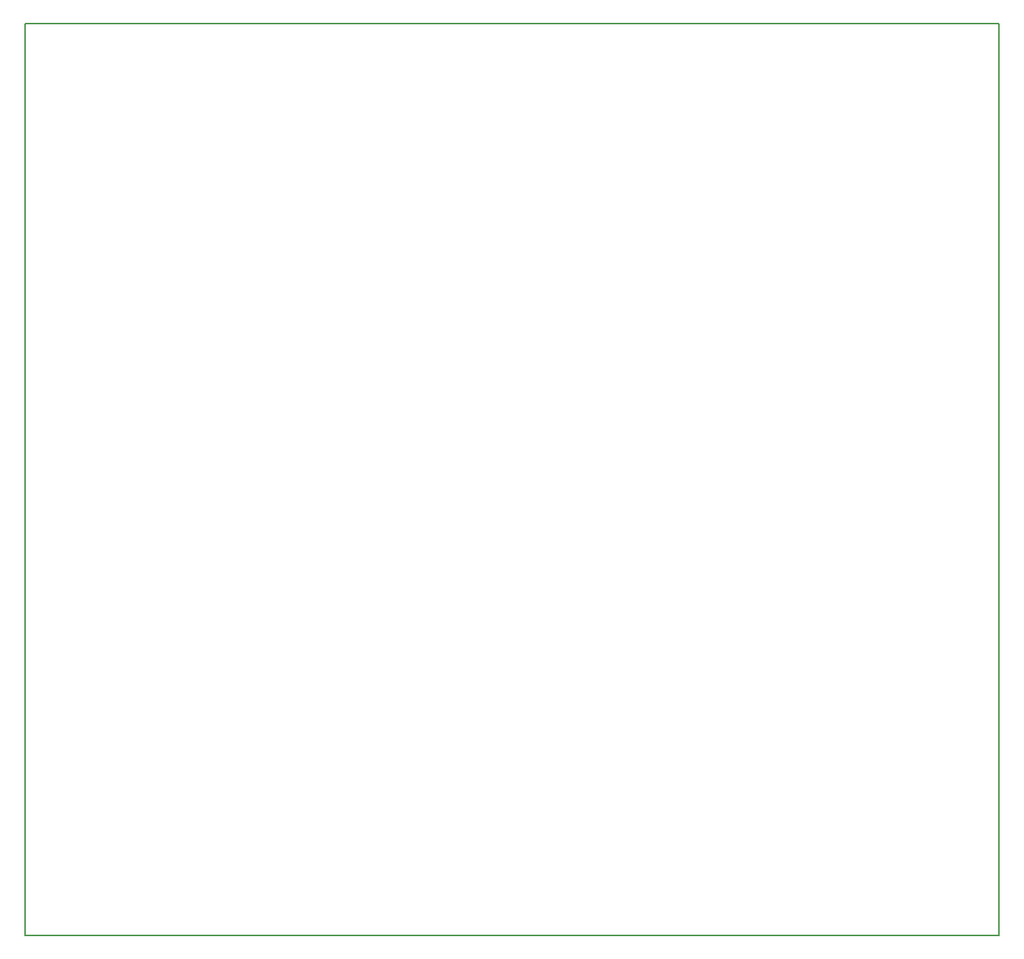
<source format=gm1>
G04 MADE WITH FRITZING*
G04 WWW.FRITZING.ORG*
G04 DOUBLE SIDED*
G04 HOLES PLATED*
G04 CONTOUR ON CENTER OF CONTOUR VECTOR*
%ASAXBY*%
%FSLAX23Y23*%
%MOIN*%
%OFA0B0*%
%SFA1.0B1.0*%
%ADD10R,4.409460X4.133870*%
%ADD11C,0.008000*%
%ADD10C,0.008*%
%LNCONTOUR*%
G90*
G70*
G54D10*
G54D11*
X4Y4130D02*
X4405Y4130D01*
X4405Y4D01*
X4Y4D01*
X4Y4130D01*
D02*
G04 End of contour*
M02*
</source>
